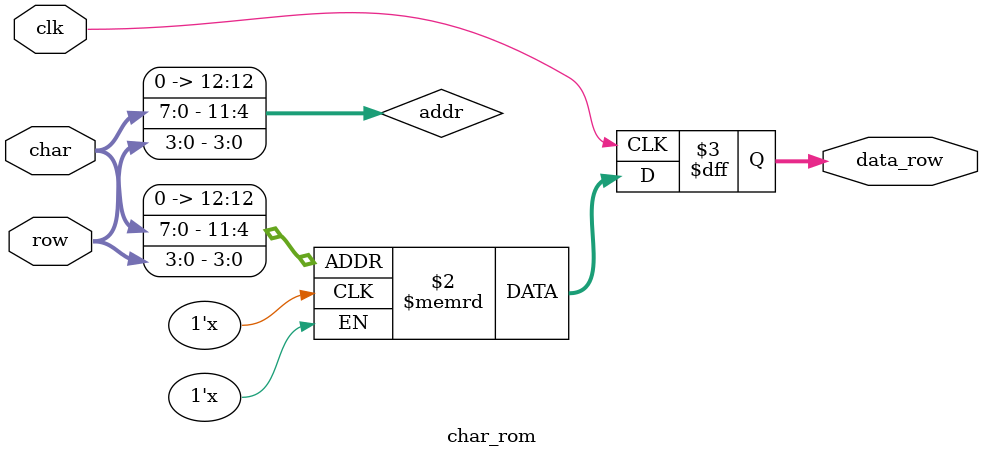
<source format=v>
module vga_term #(
	parameter char_w = 9,
	parameter char_h = 16,
	parameter term_w = 70,
	parameter term_h = 30
) (
	input  wire			clk_50M,	// 50MHz 时钟
	input  wire			rst,		// 置位
	output wire	[11:0]	charidx,	// 提供给上层模块的当前扫描字符坐标
	input  wire	[7:0]	char,
	output wire			vga_clk,	// 25MHz 时钟
	output wire			sync_n,		// 同步信号
	output wire			hsync,		// 行同步和列同步信号
	output wire			vsync,
	output wire			valid,		// 消隐信号
	output wire	[7:0]	vga_r,		// 红绿蓝颜色信号
	output wire	[7:0]	vga_g,
	output wire	[7:0]	vga_b
);

	// 640x480 分辨率下的 VGA 参数设置
	localparam h_frontporch = 96;
	localparam h_active = 144;
	localparam h_backporch = 784;
	localparam h_total = 800;
	
	localparam v_frontporch = 2;
	localparam v_active = 35;
	localparam v_backporch = 515;
	localparam v_total = 525;
	
	wire clk_25M;
	clk_div #(2) clk_div_25M (clk_50M, 1'b1, rst, clk_25M);
	assign vga_clk = clk_25M;


	// 像素计数值
	wire [9:0] x, y;
	wire xcarry, ycarry;
	counter #(h_total-1, 10) x_cnt (clk_25M, rst,   1'b1, x, xcarry);
	counter #(v_total-1, 10) y_cnt (clk_25M, rst, xcarry, y, ycarry);
	
	// 生成同步信号
	assign sync_n = 1'b0;
	assign hsync = (x >= h_frontporch);
	assign vsync = (y >= v_frontporch);
	
	// 生成消隐信号
	wire h_valid = x >= h_active && x < h_backporch;
	wire v_valid = y >= v_active && y < v_backporch;
	assign valid = h_valid && v_valid;
	
	// 计算当前输出字符
	reg h_invalid;
	reg [3:0] col, row;		// 正在发送当前字符的row行，col列
	reg [6:0] char_col;		// 当前发送字符在term的col列
	reg [11:0] base;		// 当前发送行首字符为第base个
	always @(posedge clk_25M or posedge rst)
		if (rst) begin
			h_invalid <= 1'b0;
			row <= 4'b0;
			col <= 4'b0;
			char_col <= 7'b0;
			base <= 8'b0;
		end
		else begin
			if (x < h_active || x >= h_backporch) begin
				h_invalid <= 1'b0;
				col <= 4'b0;
				char_col <= 7'b0;
				if (y < v_active || y >= v_backporch) begin
					row <= 4'b0;
					base <= 8'b0;
				end
			end
			else if (!h_invalid) begin
				if (col == char_w - 1) begin		// 当前字符的一行输出完毕
					col <= 4'b0;
					if (char_col == term_w - 1) begin	// 一行字符的一行已输出完毕
						h_invalid <= 1'b1;
						char_col <= 7'b0;
						if (row == char_h - 1) begin	// 一行字符的所有行已输出完毕
							row <= 4'b0;
							base <= base + term_w;
						end
						else
							row <= row + 1'b1;
					end
					else
						char_col <= char_col + 1'b1;
				end
				else
					col <= col + 1'b1;
			end
		end
	
	assign charidx = base + char_col;
	
	// 设置输出的颜色值
	wire [11:0] data_row;

	char_rom char_rom(clk_50M, char, row, data_row);
	
	assign {vga_r, vga_g, vga_b} = {24{h_invalid ? 1'b0 : data_row[col]}};
		
endmodule

module char_rom(
	input  wire			clk,
	input  wire	[7:0]	char,
	input  wire	[3:0]	row,
	output reg	[11:0]	data_row
);

	(* ram_init_file = "vga_term/vga_font.mif" *)
	(* ram_style = "distributed" *)
	reg [11:0] ram[256*16-1:0];
	
	wire [12:0] addr = {char, row};
	always @(negedge clk) data_row <= ram[addr];

endmodule

</source>
